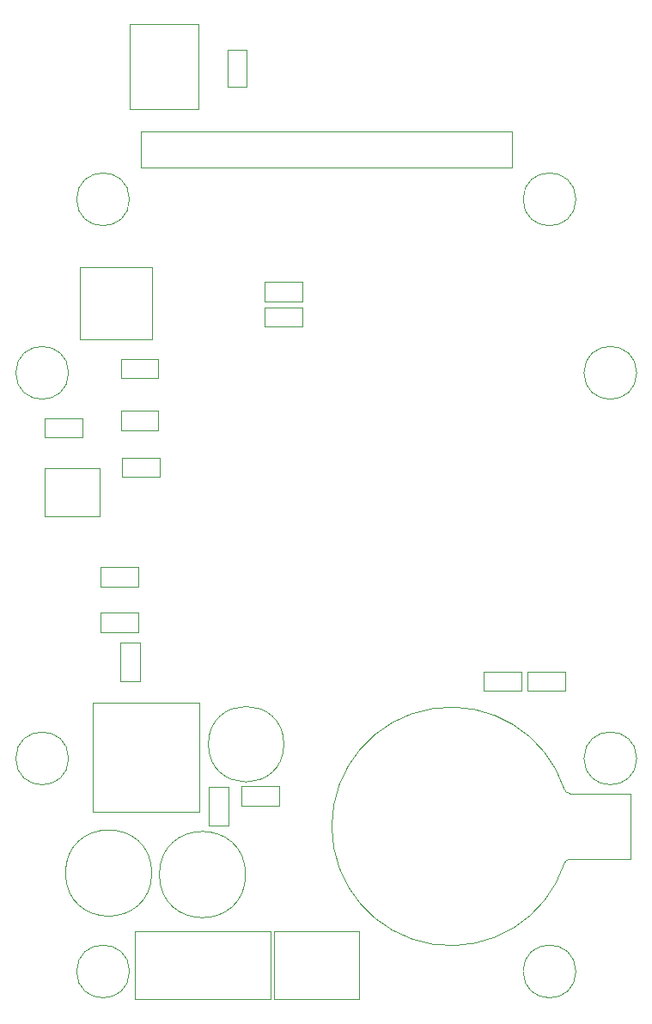
<source format=gbr>
%TF.GenerationSoftware,KiCad,Pcbnew,(5.1.8)-1*%
%TF.CreationDate,2022-11-15T12:17:50-08:00*%
%TF.ProjectId,RetroClock,52657472-6f43-46c6-9f63-6b2e6b696361,rev?*%
%TF.SameCoordinates,Original*%
%TF.FileFunction,Other,User*%
%FSLAX46Y46*%
G04 Gerber Fmt 4.6, Leading zero omitted, Abs format (unit mm)*
G04 Created by KiCad (PCBNEW (5.1.8)-1) date 2022-11-15 12:17:50*
%MOMM*%
%LPD*%
G01*
G04 APERTURE LIST*
%ADD10C,0.050000*%
%ADD11C,0.120000*%
G04 APERTURE END LIST*
D10*
%TO.C,BT1*%
X194950000Y-141950000D02*
X189000000Y-141950000D01*
X194950000Y-135450000D02*
X189000000Y-135450000D01*
X194950000Y-135450000D02*
X194950000Y-141950000D01*
X188483169Y-142311889D02*
G75*
G02*
X189000000Y-141950000I516831J-188111D01*
G01*
X188483169Y-135088111D02*
G75*
G03*
X189000000Y-135450000I516831J188111D01*
G01*
X165548021Y-138700000D02*
G75*
G03*
X188483169Y-142311889I11751979J0D01*
G01*
X165548021Y-138700000D02*
G75*
G02*
X188483169Y-135088111I11751979J0D01*
G01*
%TO.C,C2*%
X146680000Y-120620000D02*
X146680000Y-124380000D01*
X144720000Y-120620000D02*
X146680000Y-120620000D01*
X144720000Y-124380000D02*
X144720000Y-120620000D01*
X146680000Y-124380000D02*
X144720000Y-124380000D01*
%TO.C,C6*%
X155380000Y-134820000D02*
X155380000Y-138580000D01*
X153420000Y-134820000D02*
X155380000Y-134820000D01*
X153420000Y-138580000D02*
X153420000Y-134820000D01*
X155380000Y-138580000D02*
X153420000Y-138580000D01*
%TO.C,C1*%
X142720000Y-117620000D02*
X146480000Y-117620000D01*
X142720000Y-119580000D02*
X142720000Y-117620000D01*
X146480000Y-119580000D02*
X142720000Y-119580000D01*
X146480000Y-117620000D02*
X146480000Y-119580000D01*
%TO.C,R11*%
X188550000Y-125350000D02*
X184850000Y-125350000D01*
X188550000Y-123450000D02*
X188550000Y-125350000D01*
X184850000Y-123450000D02*
X188550000Y-123450000D01*
X184850000Y-125350000D02*
X184850000Y-123450000D01*
%TO.C,R10*%
X146450000Y-115050000D02*
X142750000Y-115050000D01*
X146450000Y-113150000D02*
X146450000Y-115050000D01*
X142750000Y-113150000D02*
X146450000Y-113150000D01*
X142750000Y-115050000D02*
X142750000Y-113150000D01*
%TO.C,R9*%
X148550000Y-104250000D02*
X144850000Y-104250000D01*
X148550000Y-102350000D02*
X148550000Y-104250000D01*
X144850000Y-102350000D02*
X148550000Y-102350000D01*
X144850000Y-104250000D02*
X144850000Y-102350000D01*
%TO.C,R8*%
X144750000Y-97750000D02*
X148450000Y-97750000D01*
X144750000Y-99650000D02*
X144750000Y-97750000D01*
X148450000Y-99650000D02*
X144750000Y-99650000D01*
X148450000Y-97750000D02*
X148450000Y-99650000D01*
%TO.C,R7*%
X158950000Y-87550000D02*
X162650000Y-87550000D01*
X158950000Y-89450000D02*
X158950000Y-87550000D01*
X162650000Y-89450000D02*
X158950000Y-89450000D01*
X162650000Y-87550000D02*
X162650000Y-89450000D01*
%TO.C,R6*%
X180550000Y-123450000D02*
X184250000Y-123450000D01*
X180550000Y-125350000D02*
X180550000Y-123450000D01*
X184250000Y-125350000D02*
X180550000Y-125350000D01*
X184250000Y-123450000D02*
X184250000Y-125350000D01*
%TO.C,R5*%
X160350000Y-136650000D02*
X156650000Y-136650000D01*
X160350000Y-134750000D02*
X160350000Y-136650000D01*
X156650000Y-134750000D02*
X160350000Y-134750000D01*
X156650000Y-136650000D02*
X156650000Y-134750000D01*
%TO.C,R4*%
X137250000Y-98450000D02*
X140950000Y-98450000D01*
X137250000Y-100350000D02*
X137250000Y-98450000D01*
X140950000Y-100350000D02*
X137250000Y-100350000D01*
X140950000Y-98450000D02*
X140950000Y-100350000D01*
%TO.C,R3*%
X148450000Y-94550000D02*
X144750000Y-94550000D01*
X148450000Y-92650000D02*
X148450000Y-94550000D01*
X144750000Y-92650000D02*
X148450000Y-92650000D01*
X144750000Y-94550000D02*
X144750000Y-92650000D01*
%TO.C,R2*%
X157150000Y-62150000D02*
X157150000Y-65850000D01*
X155250000Y-62150000D02*
X157150000Y-62150000D01*
X155250000Y-65850000D02*
X155250000Y-62150000D01*
X157150000Y-65850000D02*
X155250000Y-65850000D01*
%TO.C,R1*%
X158950000Y-85050000D02*
X162650000Y-85050000D01*
X158950000Y-86950000D02*
X158950000Y-85050000D01*
X162650000Y-86950000D02*
X158950000Y-86950000D01*
X162650000Y-85050000D02*
X162650000Y-86950000D01*
%TO.C,Q1*%
X142700000Y-108110000D02*
X137240000Y-108110000D01*
X142700000Y-108110000D02*
X142700000Y-103370000D01*
X137240000Y-103370000D02*
X137240000Y-108110000D01*
X137240000Y-103370000D02*
X142700000Y-103370000D01*
D11*
%TO.C,SW1*%
X140744000Y-90696000D02*
X140744000Y-83584000D01*
X147856000Y-90696000D02*
X140744000Y-90696000D01*
X147856000Y-83584000D02*
X147856000Y-90696000D01*
X140744000Y-83584000D02*
X147856000Y-83584000D01*
D10*
%TO.C,C7*%
X157050000Y-143450000D02*
G75*
G03*
X157050000Y-143450000I-4250000J0D01*
G01*
%TO.C,J4*%
X145650000Y-59650000D02*
X145650000Y-68050000D01*
X152400000Y-59650000D02*
X145650000Y-59650000D01*
X152400000Y-68050000D02*
X152400000Y-59650000D01*
X145650000Y-68050000D02*
X152400000Y-68050000D01*
%TO.C,J3*%
X159850000Y-155750000D02*
X168250000Y-155750000D01*
X159850000Y-149000000D02*
X159850000Y-155750000D01*
X168250000Y-149000000D02*
X159850000Y-149000000D01*
X168250000Y-155750000D02*
X168250000Y-149000000D01*
%TO.C,J2*%
X146150000Y-155750000D02*
X159550000Y-155750000D01*
X146150000Y-149000000D02*
X146150000Y-155750000D01*
X159550000Y-149000000D02*
X146150000Y-149000000D01*
X159550000Y-155750000D02*
X159550000Y-149000000D01*
%TO.C,H8*%
X195600000Y-132000000D02*
G75*
G03*
X195600000Y-132000000I-2600000J0D01*
G01*
%TO.C,H7*%
X195600000Y-94000000D02*
G75*
G03*
X195600000Y-94000000I-2600000J0D01*
G01*
%TO.C,H6*%
X139600000Y-132000000D02*
G75*
G03*
X139600000Y-132000000I-2600000J0D01*
G01*
%TO.C,H5*%
X139600000Y-94000000D02*
G75*
G03*
X139600000Y-94000000I-2600000J0D01*
G01*
%TO.C,U1*%
X141950000Y-126550000D02*
X141950000Y-137250000D01*
X141950000Y-137250000D02*
X152500000Y-137250000D01*
X152500000Y-137250000D02*
X152500000Y-126550000D01*
X152500000Y-126550000D02*
X141950000Y-126550000D01*
%TO.C,J1*%
X146700000Y-73800000D02*
X146700000Y-70250000D01*
X146700000Y-70250000D02*
X183300000Y-70250000D01*
X183300000Y-70250000D02*
X183300000Y-73800000D01*
X183300000Y-73800000D02*
X146700000Y-73800000D01*
%TO.C,H4*%
X189600000Y-76900000D02*
G75*
G03*
X189600000Y-76900000I-2600000J0D01*
G01*
%TO.C,H3*%
X189600000Y-153000000D02*
G75*
G03*
X189600000Y-153000000I-2600000J0D01*
G01*
%TO.C,H2*%
X145600000Y-76900000D02*
G75*
G03*
X145600000Y-76900000I-2600000J0D01*
G01*
%TO.C,H1*%
X145600000Y-153000000D02*
G75*
G03*
X145600000Y-153000000I-2600000J0D01*
G01*
%TO.C,C5*%
X160820000Y-130600000D02*
G75*
G03*
X160820000Y-130600000I-3720000J0D01*
G01*
%TO.C,C3*%
X147800000Y-143300000D02*
G75*
G03*
X147800000Y-143300000I-4250000J0D01*
G01*
%TD*%
M02*

</source>
